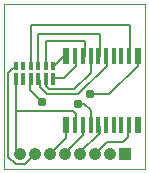
<source format=gtl>
G75*
%MOIN*%
%OFA0B0*%
%FSLAX25Y25*%
%IPPOS*%
%LPD*%
%AMOC8*
5,1,8,0,0,1.08239X$1,22.5*
%
%ADD10C,0.00000*%
%ADD11R,0.01500X0.03000*%
%ADD12R,0.01500X0.04000*%
%ADD13R,0.04200X0.04200*%
%ADD14C,0.04200*%
%ADD15R,0.02362X0.05315*%
%ADD16R,0.01575X0.05315*%
%ADD17C,0.00800*%
%ADD18C,0.03100*%
D10*
X0012689Y0002194D02*
X0012689Y0057312D01*
X0059933Y0057312D01*
X0059933Y0002194D01*
X0012689Y0002194D01*
D11*
X0016676Y0036566D03*
X0019176Y0036566D03*
X0021676Y0036566D03*
X0024176Y0036566D03*
X0026676Y0036566D03*
X0029176Y0036566D03*
D12*
X0029176Y0032066D03*
X0026676Y0032066D03*
X0024176Y0032066D03*
X0021676Y0032066D03*
X0019176Y0032066D03*
X0016676Y0032066D03*
D13*
X0053201Y0007194D03*
D14*
X0048201Y0007194D03*
X0043201Y0007194D03*
X0038201Y0007194D03*
X0033201Y0007194D03*
X0028201Y0007194D03*
X0023201Y0007194D03*
X0018201Y0007194D03*
D15*
X0033639Y0016914D03*
X0033639Y0039946D03*
X0057458Y0039946D03*
X0057458Y0016914D03*
D16*
X0054505Y0016914D03*
X0051946Y0016914D03*
X0049387Y0016914D03*
X0046828Y0016914D03*
X0044269Y0016914D03*
X0041710Y0016914D03*
X0039151Y0016914D03*
X0036592Y0016914D03*
X0036592Y0039946D03*
X0039151Y0039946D03*
X0041710Y0039946D03*
X0044269Y0039946D03*
X0046828Y0039946D03*
X0049387Y0039946D03*
X0051946Y0039946D03*
X0054505Y0039946D03*
D17*
X0054689Y0040130D01*
X0054689Y0042694D01*
X0054689Y0050194D01*
X0021676Y0050194D01*
X0021676Y0036566D01*
X0024176Y0036566D02*
X0024176Y0047194D01*
X0044689Y0047194D01*
X0044689Y0039946D01*
X0044269Y0039946D01*
X0046828Y0039946D02*
X0047089Y0039794D01*
X0047089Y0036594D01*
X0037489Y0026994D01*
X0027089Y0026994D01*
X0024689Y0029394D01*
X0024689Y0031794D01*
X0024176Y0032066D01*
X0021676Y0032066D02*
X0021489Y0031794D01*
X0021489Y0028594D01*
X0025489Y0024594D01*
X0027689Y0028694D02*
X0026689Y0029694D01*
X0026689Y0032054D01*
X0026676Y0032066D01*
X0029176Y0032066D02*
X0029489Y0032594D01*
X0032689Y0032594D01*
X0036689Y0036594D01*
X0036689Y0039794D01*
X0036592Y0039946D01*
X0033639Y0039946D02*
X0033489Y0040594D01*
X0029489Y0036594D01*
X0029176Y0036566D01*
X0026676Y0036566D02*
X0026676Y0044694D01*
X0039689Y0044694D01*
X0039689Y0039946D01*
X0039151Y0039946D01*
X0041710Y0039946D02*
X0041710Y0034214D01*
X0036189Y0028694D01*
X0027689Y0028694D01*
X0035889Y0021394D02*
X0016689Y0021394D01*
X0016689Y0031794D01*
X0016676Y0032066D01*
X0014289Y0034194D02*
X0014289Y0006194D01*
X0016689Y0003794D01*
X0019889Y0003794D01*
X0023089Y0006994D01*
X0023201Y0007194D01*
X0028201Y0007194D02*
X0028689Y0007794D01*
X0033489Y0012594D01*
X0033489Y0016594D01*
X0033639Y0016914D01*
X0036592Y0016914D02*
X0036689Y0017394D01*
X0036689Y0020594D01*
X0035889Y0021394D01*
X0037489Y0023794D02*
X0039589Y0023794D01*
X0041689Y0021694D01*
X0041689Y0016935D01*
X0041710Y0016914D01*
X0044269Y0016914D02*
X0044689Y0016594D01*
X0044689Y0014194D01*
X0038289Y0007794D01*
X0038201Y0007194D01*
X0033489Y0007794D02*
X0033201Y0007194D01*
X0033489Y0007794D02*
X0039089Y0013394D01*
X0039089Y0016594D01*
X0039151Y0016914D01*
X0047089Y0010994D02*
X0043889Y0007794D01*
X0043201Y0007194D01*
X0047089Y0010994D02*
X0052489Y0010994D01*
X0054189Y0012694D01*
X0054189Y0016598D01*
X0054505Y0016914D01*
X0047889Y0026994D02*
X0057489Y0036594D01*
X0057489Y0039794D01*
X0057458Y0039946D01*
X0054689Y0039946D02*
X0054689Y0040130D01*
X0047889Y0026994D02*
X0041489Y0026994D01*
X0018201Y0007194D02*
X0017489Y0007794D01*
X0016689Y0008594D01*
X0016689Y0021394D01*
X0014289Y0034194D02*
X0015889Y0035794D01*
X0016689Y0035794D01*
X0016676Y0036566D01*
D18*
X0025489Y0024594D03*
X0037489Y0023794D03*
X0041489Y0026994D03*
M02*

</source>
